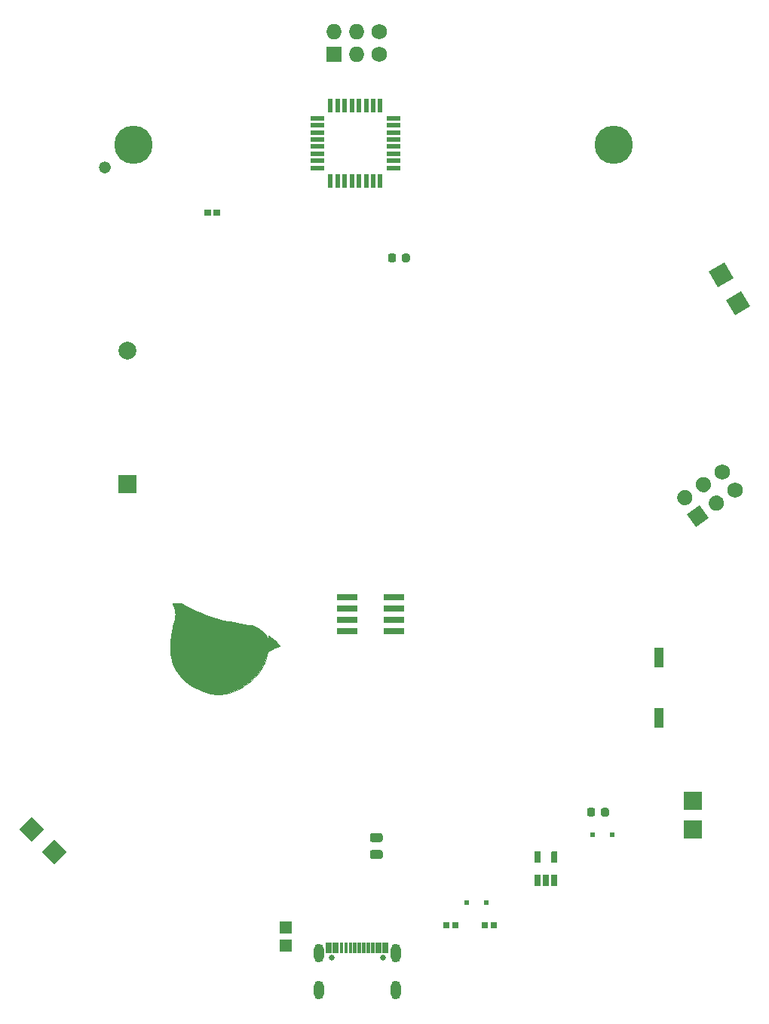
<source format=gbr>
G04 #@! TF.GenerationSoftware,KiCad,Pcbnew,(5.1.10)-1*
G04 #@! TF.CreationDate,2021-10-13T01:49:27-04:00*
G04 #@! TF.ProjectId,ScryptKeeper,53637279-7074-44b6-9565-7065722e6b69,rev?*
G04 #@! TF.SameCoordinates,Original*
G04 #@! TF.FileFunction,Soldermask,Bot*
G04 #@! TF.FilePolarity,Negative*
%FSLAX46Y46*%
G04 Gerber Fmt 4.6, Leading zero omitted, Abs format (unit mm)*
G04 Created by KiCad (PCBNEW (5.1.10)-1) date 2021-10-13 01:49:27*
%MOMM*%
%LPD*%
G01*
G04 APERTURE LIST*
%ADD10C,0.010000*%
%ADD11R,0.500000X0.500000*%
%ADD12R,0.550000X1.600000*%
%ADD13R,1.600000X0.550000*%
%ADD14R,1.120000X2.160000*%
%ADD15R,2.000000X2.000000*%
%ADD16C,0.100000*%
%ADD17C,4.300000*%
%ADD18C,1.727200*%
%ADD19O,1.727200X1.727200*%
%ADD20R,1.727200X1.727200*%
%ADD21C,2.000000*%
%ADD22O,1.101600X2.101600*%
%ADD23C,0.650000*%
G04 APERTURE END LIST*
D10*
G36*
X48719460Y-109878497D02*
G01*
X48842083Y-109879903D01*
X49244250Y-109886750D01*
X49549700Y-110072716D01*
X49932994Y-110292883D01*
X50353842Y-110510224D01*
X50807478Y-110722877D01*
X51289135Y-110928979D01*
X51794046Y-111126666D01*
X52317443Y-111314076D01*
X52854560Y-111489346D01*
X53400629Y-111650614D01*
X53950882Y-111796015D01*
X53975000Y-111801991D01*
X54313628Y-111881520D01*
X54685311Y-111961371D01*
X55080816Y-112039903D01*
X55490909Y-112115476D01*
X55906357Y-112186450D01*
X56317928Y-112251186D01*
X56716387Y-112308042D01*
X57086500Y-112354681D01*
X57173819Y-112365302D01*
X57240757Y-112376212D01*
X57297431Y-112391242D01*
X57353959Y-112414219D01*
X57420460Y-112448973D01*
X57507051Y-112499334D01*
X57573333Y-112538919D01*
X57805240Y-112680337D01*
X58008143Y-112809535D01*
X58180123Y-112925191D01*
X58319262Y-113025984D01*
X58423642Y-113110590D01*
X58477078Y-113161682D01*
X58648594Y-113372885D01*
X58800583Y-113618372D01*
X58930462Y-113893635D01*
X58995331Y-114067167D01*
X59056574Y-114247084D01*
X59046689Y-113929584D01*
X59042251Y-113814247D01*
X59036703Y-113710922D01*
X59030637Y-113628460D01*
X59024645Y-113575711D01*
X59022267Y-113564459D01*
X59018328Y-113528104D01*
X59027965Y-113516834D01*
X59049933Y-113529491D01*
X59099538Y-113564817D01*
X59171515Y-113618846D01*
X59260597Y-113687608D01*
X59361520Y-113767138D01*
X59384975Y-113785835D01*
X59482287Y-113865788D01*
X59590068Y-113958121D01*
X59703892Y-114058657D01*
X59819337Y-114163215D01*
X59931978Y-114267618D01*
X60037391Y-114367687D01*
X60131152Y-114459242D01*
X60208836Y-114538106D01*
X60266021Y-114600099D01*
X60298281Y-114641043D01*
X60303833Y-114653733D01*
X60285137Y-114668498D01*
X60233504Y-114695093D01*
X60155613Y-114730432D01*
X60058145Y-114771427D01*
X59991625Y-114798013D01*
X59711548Y-114914875D01*
X59470797Y-115030822D01*
X59266445Y-115147621D01*
X59095570Y-115267042D01*
X58955248Y-115390852D01*
X58885057Y-115467324D01*
X58835548Y-115528217D01*
X58808157Y-115573263D01*
X58797053Y-115618414D01*
X58796408Y-115679622D01*
X58797533Y-115706852D01*
X58788700Y-115886197D01*
X58748666Y-116087881D01*
X58679625Y-116308223D01*
X58583766Y-116543539D01*
X58463283Y-116790149D01*
X58320366Y-117044370D01*
X58157207Y-117302519D01*
X57975998Y-117560917D01*
X57778931Y-117815879D01*
X57568197Y-118063724D01*
X57345988Y-118300771D01*
X57128833Y-118510251D01*
X56727726Y-118854149D01*
X56320905Y-119156247D01*
X55907983Y-119416742D01*
X55488570Y-119635831D01*
X55062276Y-119813713D01*
X54628714Y-119950584D01*
X54187494Y-120046642D01*
X54061629Y-120066381D01*
X53907903Y-120084230D01*
X53730793Y-120097887D01*
X53542298Y-120106996D01*
X53354423Y-120111201D01*
X53179168Y-120110146D01*
X53028537Y-120103473D01*
X52973343Y-120098686D01*
X52704134Y-120064948D01*
X52466649Y-120023616D01*
X52265356Y-119975501D01*
X52214865Y-119960544D01*
X51681694Y-119779257D01*
X51186162Y-119579187D01*
X50727793Y-119359965D01*
X50306107Y-119121224D01*
X49920627Y-118862596D01*
X49570875Y-118583712D01*
X49256371Y-118284204D01*
X48976639Y-117963705D01*
X48731199Y-117621845D01*
X48519574Y-117258257D01*
X48409073Y-117030500D01*
X48274845Y-116692358D01*
X48161686Y-116320268D01*
X48070508Y-115917510D01*
X48023948Y-115644084D01*
X48014276Y-115553076D01*
X48006567Y-115427325D01*
X48000821Y-115274372D01*
X47997039Y-115101762D01*
X47995225Y-114917039D01*
X47995378Y-114727745D01*
X47997501Y-114541424D01*
X48001595Y-114365619D01*
X48007662Y-114207875D01*
X48015703Y-114075734D01*
X48023611Y-113993084D01*
X48049836Y-113787143D01*
X48077617Y-113592434D01*
X48108345Y-113401709D01*
X48143410Y-113207720D01*
X48184205Y-113003219D01*
X48232121Y-112780958D01*
X48288548Y-112533690D01*
X48354878Y-112254167D01*
X48367214Y-112203023D01*
X48406133Y-112039597D01*
X48442862Y-111880872D01*
X48475834Y-111733974D01*
X48503479Y-111606029D01*
X48524229Y-111504162D01*
X48536517Y-111435497D01*
X48537262Y-111430439D01*
X48554100Y-111189330D01*
X48540620Y-110930338D01*
X48498602Y-110663182D01*
X48429824Y-110397580D01*
X48336069Y-110143248D01*
X48278959Y-110020510D01*
X48218539Y-109900271D01*
X48329228Y-109886663D01*
X48386080Y-109882662D01*
X48476142Y-109879887D01*
X48590305Y-109878459D01*
X48719460Y-109878497D01*
G37*
X48719460Y-109878497D02*
X48842083Y-109879903D01*
X49244250Y-109886750D01*
X49549700Y-110072716D01*
X49932994Y-110292883D01*
X50353842Y-110510224D01*
X50807478Y-110722877D01*
X51289135Y-110928979D01*
X51794046Y-111126666D01*
X52317443Y-111314076D01*
X52854560Y-111489346D01*
X53400629Y-111650614D01*
X53950882Y-111796015D01*
X53975000Y-111801991D01*
X54313628Y-111881520D01*
X54685311Y-111961371D01*
X55080816Y-112039903D01*
X55490909Y-112115476D01*
X55906357Y-112186450D01*
X56317928Y-112251186D01*
X56716387Y-112308042D01*
X57086500Y-112354681D01*
X57173819Y-112365302D01*
X57240757Y-112376212D01*
X57297431Y-112391242D01*
X57353959Y-112414219D01*
X57420460Y-112448973D01*
X57507051Y-112499334D01*
X57573333Y-112538919D01*
X57805240Y-112680337D01*
X58008143Y-112809535D01*
X58180123Y-112925191D01*
X58319262Y-113025984D01*
X58423642Y-113110590D01*
X58477078Y-113161682D01*
X58648594Y-113372885D01*
X58800583Y-113618372D01*
X58930462Y-113893635D01*
X58995331Y-114067167D01*
X59056574Y-114247084D01*
X59046689Y-113929584D01*
X59042251Y-113814247D01*
X59036703Y-113710922D01*
X59030637Y-113628460D01*
X59024645Y-113575711D01*
X59022267Y-113564459D01*
X59018328Y-113528104D01*
X59027965Y-113516834D01*
X59049933Y-113529491D01*
X59099538Y-113564817D01*
X59171515Y-113618846D01*
X59260597Y-113687608D01*
X59361520Y-113767138D01*
X59384975Y-113785835D01*
X59482287Y-113865788D01*
X59590068Y-113958121D01*
X59703892Y-114058657D01*
X59819337Y-114163215D01*
X59931978Y-114267618D01*
X60037391Y-114367687D01*
X60131152Y-114459242D01*
X60208836Y-114538106D01*
X60266021Y-114600099D01*
X60298281Y-114641043D01*
X60303833Y-114653733D01*
X60285137Y-114668498D01*
X60233504Y-114695093D01*
X60155613Y-114730432D01*
X60058145Y-114771427D01*
X59991625Y-114798013D01*
X59711548Y-114914875D01*
X59470797Y-115030822D01*
X59266445Y-115147621D01*
X59095570Y-115267042D01*
X58955248Y-115390852D01*
X58885057Y-115467324D01*
X58835548Y-115528217D01*
X58808157Y-115573263D01*
X58797053Y-115618414D01*
X58796408Y-115679622D01*
X58797533Y-115706852D01*
X58788700Y-115886197D01*
X58748666Y-116087881D01*
X58679625Y-116308223D01*
X58583766Y-116543539D01*
X58463283Y-116790149D01*
X58320366Y-117044370D01*
X58157207Y-117302519D01*
X57975998Y-117560917D01*
X57778931Y-117815879D01*
X57568197Y-118063724D01*
X57345988Y-118300771D01*
X57128833Y-118510251D01*
X56727726Y-118854149D01*
X56320905Y-119156247D01*
X55907983Y-119416742D01*
X55488570Y-119635831D01*
X55062276Y-119813713D01*
X54628714Y-119950584D01*
X54187494Y-120046642D01*
X54061629Y-120066381D01*
X53907903Y-120084230D01*
X53730793Y-120097887D01*
X53542298Y-120106996D01*
X53354423Y-120111201D01*
X53179168Y-120110146D01*
X53028537Y-120103473D01*
X52973343Y-120098686D01*
X52704134Y-120064948D01*
X52466649Y-120023616D01*
X52265356Y-119975501D01*
X52214865Y-119960544D01*
X51681694Y-119779257D01*
X51186162Y-119579187D01*
X50727793Y-119359965D01*
X50306107Y-119121224D01*
X49920627Y-118862596D01*
X49570875Y-118583712D01*
X49256371Y-118284204D01*
X48976639Y-117963705D01*
X48731199Y-117621845D01*
X48519574Y-117258257D01*
X48409073Y-117030500D01*
X48274845Y-116692358D01*
X48161686Y-116320268D01*
X48070508Y-115917510D01*
X48023948Y-115644084D01*
X48014276Y-115553076D01*
X48006567Y-115427325D01*
X48000821Y-115274372D01*
X47997039Y-115101762D01*
X47995225Y-114917039D01*
X47995378Y-114727745D01*
X47997501Y-114541424D01*
X48001595Y-114365619D01*
X48007662Y-114207875D01*
X48015703Y-114075734D01*
X48023611Y-113993084D01*
X48049836Y-113787143D01*
X48077617Y-113592434D01*
X48108345Y-113401709D01*
X48143410Y-113207720D01*
X48184205Y-113003219D01*
X48232121Y-112780958D01*
X48288548Y-112533690D01*
X48354878Y-112254167D01*
X48367214Y-112203023D01*
X48406133Y-112039597D01*
X48442862Y-111880872D01*
X48475834Y-111733974D01*
X48503479Y-111606029D01*
X48524229Y-111504162D01*
X48536517Y-111435497D01*
X48537262Y-111430439D01*
X48554100Y-111189330D01*
X48540620Y-110930338D01*
X48498602Y-110663182D01*
X48429824Y-110397580D01*
X48336069Y-110143248D01*
X48278959Y-110020510D01*
X48218539Y-109900271D01*
X48329228Y-109886663D01*
X48386080Y-109882662D01*
X48476142Y-109879887D01*
X48590305Y-109878459D01*
X48719460Y-109878497D01*
D11*
X95420000Y-135890000D03*
X97620000Y-135890000D03*
D12*
X65975000Y-62475000D03*
X66775000Y-62475000D03*
X67575000Y-62475000D03*
X68375000Y-62475000D03*
X69175000Y-62475000D03*
X69975000Y-62475000D03*
X70775000Y-62475000D03*
X71575000Y-62475000D03*
D13*
X73025000Y-61025000D03*
X73025000Y-60225000D03*
X73025000Y-59425000D03*
X73025000Y-58625000D03*
X73025000Y-57825000D03*
X73025000Y-57025000D03*
X73025000Y-56225000D03*
X73025000Y-55425000D03*
D12*
X71575000Y-53975000D03*
X70775000Y-53975000D03*
X69975000Y-53975000D03*
X69175000Y-53975000D03*
X68375000Y-53975000D03*
X67575000Y-53975000D03*
X66775000Y-53975000D03*
X65975000Y-53975000D03*
D13*
X64525000Y-55425000D03*
X64525000Y-56225000D03*
X64525000Y-57025000D03*
X64525000Y-57825000D03*
X64525000Y-58625000D03*
X64525000Y-59425000D03*
X64525000Y-60225000D03*
X64525000Y-61025000D03*
D14*
X102870000Y-122745000D03*
X102870000Y-116015000D03*
D15*
X106680000Y-135255000D03*
D16*
G36*
X32385000Y-136669214D02*
G01*
X30970786Y-135255000D01*
X32385000Y-133840786D01*
X33799214Y-135255000D01*
X32385000Y-136669214D01*
G37*
G36*
X34925000Y-139209214D02*
G01*
X33510786Y-137795000D01*
X34925000Y-136380786D01*
X36339214Y-137795000D01*
X34925000Y-139209214D01*
G37*
D15*
X106680000Y-132080000D03*
D17*
X43815000Y-58420000D03*
X97790000Y-58420000D03*
D18*
X71414001Y-45720001D03*
X71414001Y-48260001D03*
D19*
X68874001Y-45720001D03*
X68874001Y-48260001D03*
X66334001Y-45720001D03*
D20*
X66334001Y-48260001D03*
D16*
G36*
X110393975Y-75833975D02*
G01*
X112126025Y-74833975D01*
X113126025Y-76566025D01*
X111393975Y-77566025D01*
X110393975Y-75833975D01*
G37*
G36*
X108488975Y-72658975D02*
G01*
X110221025Y-71658975D01*
X111221025Y-73391025D01*
X109488975Y-74391025D01*
X108488975Y-72658975D01*
G37*
G36*
G01*
X40640000Y-60274200D02*
X40640000Y-60274200D01*
G75*
G02*
X41325800Y-60960000I0J-685800D01*
G01*
X41325800Y-60960000D01*
G75*
G02*
X40640000Y-61645800I-685800J0D01*
G01*
X40640000Y-61645800D01*
G75*
G02*
X39954200Y-60960000I0J685800D01*
G01*
X39954200Y-60960000D01*
G75*
G02*
X40640000Y-60274200I685800J0D01*
G01*
G37*
D11*
X81280000Y-143510000D03*
X83480000Y-143510000D03*
D21*
X43180000Y-81530000D03*
D15*
X43180000Y-96520000D03*
G36*
G01*
X70645000Y-137610000D02*
X71595000Y-137610000D01*
G75*
G02*
X71845000Y-137860000I0J-250000D01*
G01*
X71845000Y-138360000D01*
G75*
G02*
X71595000Y-138610000I-250000J0D01*
G01*
X70645000Y-138610000D01*
G75*
G02*
X70395000Y-138360000I0J250000D01*
G01*
X70395000Y-137860000D01*
G75*
G02*
X70645000Y-137610000I250000J0D01*
G01*
G37*
G36*
G01*
X70645000Y-135710000D02*
X71595000Y-135710000D01*
G75*
G02*
X71845000Y-135960000I0J-250000D01*
G01*
X71845000Y-136460000D01*
G75*
G02*
X71595000Y-136710000I-250000J0D01*
G01*
X70645000Y-136710000D01*
G75*
G02*
X70395000Y-136460000I0J250000D01*
G01*
X70395000Y-135960000D01*
G75*
G02*
X70645000Y-135710000I250000J0D01*
G01*
G37*
D16*
G36*
X106028695Y-99899629D02*
G01*
X107443534Y-98908948D01*
X108434215Y-100323787D01*
X107019376Y-101314468D01*
X106028695Y-99899629D01*
G37*
G36*
G01*
X105279229Y-97323642D02*
X105279229Y-97323642D01*
G75*
G02*
X106481990Y-97535721I495341J-707420D01*
G01*
X106481990Y-97535721D01*
G75*
G02*
X106269911Y-98738482I-707420J-495341D01*
G01*
X106269911Y-98738482D01*
G75*
G02*
X105067150Y-98526403I-495341J707420D01*
G01*
X105067150Y-98526403D01*
G75*
G02*
X105279229Y-97323642I707420J495341D01*
G01*
G37*
G36*
G01*
X108816760Y-97947404D02*
X108816760Y-97947404D01*
G75*
G02*
X110019521Y-98159483I495341J-707420D01*
G01*
X110019521Y-98159483D01*
G75*
G02*
X109807442Y-99362244I-707420J-495341D01*
G01*
X109807442Y-99362244D01*
G75*
G02*
X108604681Y-99150165I-495341J707420D01*
G01*
X108604681Y-99150165D01*
G75*
G02*
X108816760Y-97947404I707420J495341D01*
G01*
G37*
G36*
G01*
X107359876Y-95866757D02*
X107359876Y-95866757D01*
G75*
G02*
X108562637Y-96078836I495341J-707420D01*
G01*
X108562637Y-96078836D01*
G75*
G02*
X108350558Y-97281597I-707420J-495341D01*
G01*
X108350558Y-97281597D01*
G75*
G02*
X107147797Y-97069518I-495341J707420D01*
G01*
X107147797Y-97069518D01*
G75*
G02*
X107359876Y-95866757I707420J495341D01*
G01*
G37*
D18*
X111392747Y-97197939D03*
X109935863Y-95117293D03*
G36*
G01*
X52695000Y-114945000D02*
X52695000Y-116195000D01*
G75*
G02*
X52445000Y-116445000I-250000J0D01*
G01*
X51695000Y-116445000D01*
G75*
G02*
X51445000Y-116195000I0J250000D01*
G01*
X51445000Y-114945000D01*
G75*
G02*
X51695000Y-114695000I250000J0D01*
G01*
X52445000Y-114695000D01*
G75*
G02*
X52695000Y-114945000I0J-250000D01*
G01*
G37*
G36*
G01*
X55495000Y-114945000D02*
X55495000Y-116195000D01*
G75*
G02*
X55245000Y-116445000I-250000J0D01*
G01*
X54495000Y-116445000D01*
G75*
G02*
X54245000Y-116195000I0J250000D01*
G01*
X54245000Y-114945000D01*
G75*
G02*
X54495000Y-114695000I250000J0D01*
G01*
X55245000Y-114695000D01*
G75*
G02*
X55495000Y-114945000I0J-250000D01*
G01*
G37*
G36*
G01*
X60310000Y-147685200D02*
X61610000Y-147685200D01*
G75*
G02*
X61660800Y-147736000I0J-50800D01*
G01*
X61660800Y-148936000D01*
G75*
G02*
X61610000Y-148986800I-50800J0D01*
G01*
X60310000Y-148986800D01*
G75*
G02*
X60259200Y-148936000I0J50800D01*
G01*
X60259200Y-147736000D01*
G75*
G02*
X60310000Y-147685200I50800J0D01*
G01*
G37*
G36*
G01*
X60310000Y-145653200D02*
X61610000Y-145653200D01*
G75*
G02*
X61660800Y-145704000I0J-50800D01*
G01*
X61660800Y-146904000D01*
G75*
G02*
X61610000Y-146954800I-50800J0D01*
G01*
X60310000Y-146954800D01*
G75*
G02*
X60259200Y-146904000I0J50800D01*
G01*
X60259200Y-145704000D01*
G75*
G02*
X60310000Y-145653200I50800J0D01*
G01*
G37*
G36*
G01*
X72503300Y-148014999D02*
X72503300Y-149165001D01*
G75*
G02*
X72452501Y-149215800I-50799J0D01*
G01*
X71877499Y-149215800D01*
G75*
G02*
X71826700Y-149165001I0J50799D01*
G01*
X71826700Y-148014999D01*
G75*
G02*
X71877499Y-147964200I50799J0D01*
G01*
X72452501Y-147964200D01*
G75*
G02*
X72503300Y-148014999I0J-50799D01*
G01*
G37*
G36*
G01*
X71703300Y-148014999D02*
X71703300Y-149165001D01*
G75*
G02*
X71652501Y-149215800I-50799J0D01*
G01*
X71077499Y-149215800D01*
G75*
G02*
X71026700Y-149165001I0J50799D01*
G01*
X71026700Y-148014999D01*
G75*
G02*
X71077499Y-147964200I50799J0D01*
G01*
X71652501Y-147964200D01*
G75*
G02*
X71703300Y-148014999I0J-50799D01*
G01*
G37*
G36*
G01*
X70903300Y-148015000D02*
X70903300Y-149165000D01*
G75*
G02*
X70852500Y-149215800I-50800J0D01*
G01*
X70577500Y-149215800D01*
G75*
G02*
X70526700Y-149165000I0J50800D01*
G01*
X70526700Y-148015000D01*
G75*
G02*
X70577500Y-147964200I50800J0D01*
G01*
X70852500Y-147964200D01*
G75*
G02*
X70903300Y-148015000I0J-50800D01*
G01*
G37*
G36*
G01*
X70403300Y-148015000D02*
X70403300Y-149165000D01*
G75*
G02*
X70352500Y-149215800I-50800J0D01*
G01*
X70077500Y-149215800D01*
G75*
G02*
X70026700Y-149165000I0J50800D01*
G01*
X70026700Y-148015000D01*
G75*
G02*
X70077500Y-147964200I50800J0D01*
G01*
X70352500Y-147964200D01*
G75*
G02*
X70403300Y-148015000I0J-50800D01*
G01*
G37*
G36*
G01*
X69903300Y-148015000D02*
X69903300Y-149165000D01*
G75*
G02*
X69852500Y-149215800I-50800J0D01*
G01*
X69577500Y-149215800D01*
G75*
G02*
X69526700Y-149165000I0J50800D01*
G01*
X69526700Y-148015000D01*
G75*
G02*
X69577500Y-147964200I50800J0D01*
G01*
X69852500Y-147964200D01*
G75*
G02*
X69903300Y-148015000I0J-50800D01*
G01*
G37*
G36*
G01*
X69403300Y-148015000D02*
X69403300Y-149165000D01*
G75*
G02*
X69352500Y-149215800I-50800J0D01*
G01*
X69077500Y-149215800D01*
G75*
G02*
X69026700Y-149165000I0J50800D01*
G01*
X69026700Y-148015000D01*
G75*
G02*
X69077500Y-147964200I50800J0D01*
G01*
X69352500Y-147964200D01*
G75*
G02*
X69403300Y-148015000I0J-50800D01*
G01*
G37*
G36*
G01*
X68903300Y-148015000D02*
X68903300Y-149165000D01*
G75*
G02*
X68852500Y-149215800I-50800J0D01*
G01*
X68577500Y-149215800D01*
G75*
G02*
X68526700Y-149165000I0J50800D01*
G01*
X68526700Y-148015000D01*
G75*
G02*
X68577500Y-147964200I50800J0D01*
G01*
X68852500Y-147964200D01*
G75*
G02*
X68903300Y-148015000I0J-50800D01*
G01*
G37*
G36*
G01*
X68403300Y-148015000D02*
X68403300Y-149165000D01*
G75*
G02*
X68352500Y-149215800I-50800J0D01*
G01*
X68077500Y-149215800D01*
G75*
G02*
X68026700Y-149165000I0J50800D01*
G01*
X68026700Y-148015000D01*
G75*
G02*
X68077500Y-147964200I50800J0D01*
G01*
X68352500Y-147964200D01*
G75*
G02*
X68403300Y-148015000I0J-50800D01*
G01*
G37*
G36*
G01*
X67903300Y-148015000D02*
X67903300Y-149165000D01*
G75*
G02*
X67852500Y-149215800I-50800J0D01*
G01*
X67577500Y-149215800D01*
G75*
G02*
X67526700Y-149165000I0J50800D01*
G01*
X67526700Y-148015000D01*
G75*
G02*
X67577500Y-147964200I50800J0D01*
G01*
X67852500Y-147964200D01*
G75*
G02*
X67903300Y-148015000I0J-50800D01*
G01*
G37*
G36*
G01*
X67403300Y-148015000D02*
X67403300Y-149165000D01*
G75*
G02*
X67352500Y-149215800I-50800J0D01*
G01*
X67077500Y-149215800D01*
G75*
G02*
X67026700Y-149165000I0J50800D01*
G01*
X67026700Y-148015000D01*
G75*
G02*
X67077500Y-147964200I50800J0D01*
G01*
X67352500Y-147964200D01*
G75*
G02*
X67403300Y-148015000I0J-50800D01*
G01*
G37*
G36*
G01*
X66903300Y-148014999D02*
X66903300Y-149165001D01*
G75*
G02*
X66852501Y-149215800I-50799J0D01*
G01*
X66277499Y-149215800D01*
G75*
G02*
X66226700Y-149165001I0J50799D01*
G01*
X66226700Y-148014999D01*
G75*
G02*
X66277499Y-147964200I50799J0D01*
G01*
X66852501Y-147964200D01*
G75*
G02*
X66903300Y-148014999I0J-50799D01*
G01*
G37*
G36*
G01*
X66103300Y-148014999D02*
X66103300Y-149165001D01*
G75*
G02*
X66052501Y-149215800I-50799J0D01*
G01*
X65477499Y-149215800D01*
G75*
G02*
X65426700Y-149165001I0J50799D01*
G01*
X65426700Y-148014999D01*
G75*
G02*
X65477499Y-147964200I50799J0D01*
G01*
X66052501Y-147964200D01*
G75*
G02*
X66103300Y-148014999I0J-50799D01*
G01*
G37*
D22*
X73285000Y-153345000D03*
X64645000Y-153345000D03*
X64645000Y-149165000D03*
X73285000Y-149165000D03*
D23*
X66075000Y-149665000D03*
X71855000Y-149665000D03*
G36*
G01*
X79659200Y-146350000D02*
X79659200Y-145750000D01*
G75*
G02*
X79710000Y-145699200I50800J0D01*
G01*
X80310000Y-145699200D01*
G75*
G02*
X80360800Y-145750000I0J-50800D01*
G01*
X80360800Y-146350000D01*
G75*
G02*
X80310000Y-146400800I-50800J0D01*
G01*
X79710000Y-146400800D01*
G75*
G02*
X79659200Y-146350000I0J50800D01*
G01*
G37*
G36*
G01*
X78643200Y-146350000D02*
X78643200Y-145750000D01*
G75*
G02*
X78694000Y-145699200I50800J0D01*
G01*
X79294000Y-145699200D01*
G75*
G02*
X79344800Y-145750000I0J-50800D01*
G01*
X79344800Y-146350000D01*
G75*
G02*
X79294000Y-146400800I-50800J0D01*
G01*
X78694000Y-146400800D01*
G75*
G02*
X78643200Y-146350000I0J50800D01*
G01*
G37*
G36*
G01*
X83662800Y-145750000D02*
X83662800Y-146350000D01*
G75*
G02*
X83612000Y-146400800I-50800J0D01*
G01*
X83012000Y-146400800D01*
G75*
G02*
X82961200Y-146350000I0J50800D01*
G01*
X82961200Y-145750000D01*
G75*
G02*
X83012000Y-145699200I50800J0D01*
G01*
X83612000Y-145699200D01*
G75*
G02*
X83662800Y-145750000I0J-50800D01*
G01*
G37*
G36*
G01*
X84678800Y-145750000D02*
X84678800Y-146350000D01*
G75*
G02*
X84628000Y-146400800I-50800J0D01*
G01*
X84028000Y-146400800D01*
G75*
G02*
X83977200Y-146350000I0J50800D01*
G01*
X83977200Y-145750000D01*
G75*
G02*
X84028000Y-145699200I50800J0D01*
G01*
X84628000Y-145699200D01*
G75*
G02*
X84678800Y-145750000I0J-50800D01*
G01*
G37*
G36*
G01*
X91445800Y-140400100D02*
X91445800Y-141600100D01*
G75*
G02*
X91395000Y-141650900I-50800J0D01*
G01*
X90845000Y-141650900D01*
G75*
G02*
X90794200Y-141600100I0J50800D01*
G01*
X90794200Y-140400100D01*
G75*
G02*
X90845000Y-140349300I50800J0D01*
G01*
X91395000Y-140349300D01*
G75*
G02*
X91445800Y-140400100I0J-50800D01*
G01*
G37*
G36*
G01*
X90495800Y-140400100D02*
X90495800Y-141600100D01*
G75*
G02*
X90445000Y-141650900I-50800J0D01*
G01*
X89895000Y-141650900D01*
G75*
G02*
X89844200Y-141600100I0J50800D01*
G01*
X89844200Y-140400100D01*
G75*
G02*
X89895000Y-140349300I50800J0D01*
G01*
X90445000Y-140349300D01*
G75*
G02*
X90495800Y-140400100I0J-50800D01*
G01*
G37*
G36*
G01*
X89545800Y-140400100D02*
X89545800Y-141600100D01*
G75*
G02*
X89495000Y-141650900I-50800J0D01*
G01*
X88945000Y-141650900D01*
G75*
G02*
X88894200Y-141600100I0J50800D01*
G01*
X88894200Y-140400100D01*
G75*
G02*
X88945000Y-140349300I50800J0D01*
G01*
X89495000Y-140349300D01*
G75*
G02*
X89545800Y-140400100I0J-50800D01*
G01*
G37*
G36*
G01*
X89545800Y-137799900D02*
X89545800Y-138999900D01*
G75*
G02*
X89495000Y-139050700I-50800J0D01*
G01*
X88945000Y-139050700D01*
G75*
G02*
X88894200Y-138999900I0J50800D01*
G01*
X88894200Y-137799900D01*
G75*
G02*
X88945000Y-137749100I50800J0D01*
G01*
X89495000Y-137749100D01*
G75*
G02*
X89545800Y-137799900I0J-50800D01*
G01*
G37*
G36*
G01*
X91445800Y-137799900D02*
X91445800Y-138999900D01*
G75*
G02*
X91395000Y-139050700I-50800J0D01*
G01*
X90845000Y-139050700D01*
G75*
G02*
X90794200Y-138999900I0J50800D01*
G01*
X90794200Y-137799900D01*
G75*
G02*
X90845000Y-137749100I50800J0D01*
G01*
X91395000Y-137749100D01*
G75*
G02*
X91445800Y-137799900I0J-50800D01*
G01*
G37*
G36*
G01*
X68985000Y-112110800D02*
X66785000Y-112110800D01*
G75*
G02*
X66734200Y-112060000I0J50800D01*
G01*
X66734200Y-111460000D01*
G75*
G02*
X66785000Y-111409200I50800J0D01*
G01*
X68985000Y-111409200D01*
G75*
G02*
X69035800Y-111460000I0J-50800D01*
G01*
X69035800Y-112060000D01*
G75*
G02*
X68985000Y-112110800I-50800J0D01*
G01*
G37*
G36*
G01*
X74185000Y-112110800D02*
X71985000Y-112110800D01*
G75*
G02*
X71934200Y-112060000I0J50800D01*
G01*
X71934200Y-111460000D01*
G75*
G02*
X71985000Y-111409200I50800J0D01*
G01*
X74185000Y-111409200D01*
G75*
G02*
X74235800Y-111460000I0J-50800D01*
G01*
X74235800Y-112060000D01*
G75*
G02*
X74185000Y-112110800I-50800J0D01*
G01*
G37*
G36*
G01*
X68985000Y-113380800D02*
X66785000Y-113380800D01*
G75*
G02*
X66734200Y-113330000I0J50800D01*
G01*
X66734200Y-112730000D01*
G75*
G02*
X66785000Y-112679200I50800J0D01*
G01*
X68985000Y-112679200D01*
G75*
G02*
X69035800Y-112730000I0J-50800D01*
G01*
X69035800Y-113330000D01*
G75*
G02*
X68985000Y-113380800I-50800J0D01*
G01*
G37*
G36*
G01*
X68985000Y-110840800D02*
X66785000Y-110840800D01*
G75*
G02*
X66734200Y-110790000I0J50800D01*
G01*
X66734200Y-110190000D01*
G75*
G02*
X66785000Y-110139200I50800J0D01*
G01*
X68985000Y-110139200D01*
G75*
G02*
X69035800Y-110190000I0J-50800D01*
G01*
X69035800Y-110790000D01*
G75*
G02*
X68985000Y-110840800I-50800J0D01*
G01*
G37*
G36*
G01*
X68985000Y-109570800D02*
X66785000Y-109570800D01*
G75*
G02*
X66734200Y-109520000I0J50800D01*
G01*
X66734200Y-108920000D01*
G75*
G02*
X66785000Y-108869200I50800J0D01*
G01*
X68985000Y-108869200D01*
G75*
G02*
X69035800Y-108920000I0J-50800D01*
G01*
X69035800Y-109520000D01*
G75*
G02*
X68985000Y-109570800I-50800J0D01*
G01*
G37*
G36*
G01*
X74185000Y-113380800D02*
X71985000Y-113380800D01*
G75*
G02*
X71934200Y-113330000I0J50800D01*
G01*
X71934200Y-112730000D01*
G75*
G02*
X71985000Y-112679200I50800J0D01*
G01*
X74185000Y-112679200D01*
G75*
G02*
X74235800Y-112730000I0J-50800D01*
G01*
X74235800Y-113330000D01*
G75*
G02*
X74185000Y-113380800I-50800J0D01*
G01*
G37*
G36*
G01*
X74185000Y-110840800D02*
X71985000Y-110840800D01*
G75*
G02*
X71934200Y-110790000I0J50800D01*
G01*
X71934200Y-110190000D01*
G75*
G02*
X71985000Y-110139200I50800J0D01*
G01*
X74185000Y-110139200D01*
G75*
G02*
X74235800Y-110190000I0J-50800D01*
G01*
X74235800Y-110790000D01*
G75*
G02*
X74185000Y-110840800I-50800J0D01*
G01*
G37*
G36*
G01*
X74185000Y-109570800D02*
X71985000Y-109570800D01*
G75*
G02*
X71934200Y-109520000I0J50800D01*
G01*
X71934200Y-108920000D01*
G75*
G02*
X71985000Y-108869200I50800J0D01*
G01*
X74185000Y-108869200D01*
G75*
G02*
X74235800Y-108920000I0J-50800D01*
G01*
X74235800Y-109520000D01*
G75*
G02*
X74185000Y-109570800I-50800J0D01*
G01*
G37*
G36*
G01*
X51846200Y-66340000D02*
X51846200Y-65740000D01*
G75*
G02*
X51897000Y-65689200I50800J0D01*
G01*
X52497000Y-65689200D01*
G75*
G02*
X52547800Y-65740000I0J-50800D01*
G01*
X52547800Y-66340000D01*
G75*
G02*
X52497000Y-66390800I-50800J0D01*
G01*
X51897000Y-66390800D01*
G75*
G02*
X51846200Y-66340000I0J50800D01*
G01*
G37*
G36*
G01*
X52862200Y-66340000D02*
X52862200Y-65740000D01*
G75*
G02*
X52913000Y-65689200I50800J0D01*
G01*
X53513000Y-65689200D01*
G75*
G02*
X53563800Y-65740000I0J-50800D01*
G01*
X53563800Y-66340000D01*
G75*
G02*
X53513000Y-66390800I-50800J0D01*
G01*
X52913000Y-66390800D01*
G75*
G02*
X52862200Y-66340000I0J50800D01*
G01*
G37*
G36*
G01*
X94800000Y-133600000D02*
X94800000Y-133100000D01*
G75*
G02*
X95025000Y-132875000I225000J0D01*
G01*
X95475000Y-132875000D01*
G75*
G02*
X95700000Y-133100000I0J-225000D01*
G01*
X95700000Y-133600000D01*
G75*
G02*
X95475000Y-133825000I-225000J0D01*
G01*
X95025000Y-133825000D01*
G75*
G02*
X94800000Y-133600000I0J225000D01*
G01*
G37*
G36*
G01*
X96350000Y-133600000D02*
X96350000Y-133100000D01*
G75*
G02*
X96575000Y-132875000I225000J0D01*
G01*
X97025000Y-132875000D01*
G75*
G02*
X97250000Y-133100000I0J-225000D01*
G01*
X97250000Y-133600000D01*
G75*
G02*
X97025000Y-133825000I-225000J0D01*
G01*
X96575000Y-133825000D01*
G75*
G02*
X96350000Y-133600000I0J225000D01*
G01*
G37*
G36*
G01*
X72435000Y-71370000D02*
X72435000Y-70870000D01*
G75*
G02*
X72660000Y-70645000I225000J0D01*
G01*
X73110000Y-70645000D01*
G75*
G02*
X73335000Y-70870000I0J-225000D01*
G01*
X73335000Y-71370000D01*
G75*
G02*
X73110000Y-71595000I-225000J0D01*
G01*
X72660000Y-71595000D01*
G75*
G02*
X72435000Y-71370000I0J225000D01*
G01*
G37*
G36*
G01*
X73985000Y-71370000D02*
X73985000Y-70870000D01*
G75*
G02*
X74210000Y-70645000I225000J0D01*
G01*
X74660000Y-70645000D01*
G75*
G02*
X74885000Y-70870000I0J-225000D01*
G01*
X74885000Y-71370000D01*
G75*
G02*
X74660000Y-71595000I-225000J0D01*
G01*
X74210000Y-71595000D01*
G75*
G02*
X73985000Y-71370000I0J225000D01*
G01*
G37*
M02*

</source>
